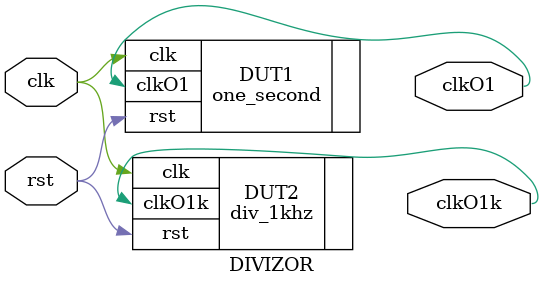
<source format=v>
`timescale 1ns / 1ps


module DIVIZOR(
    input clk,rst,
    output clkO1,clkO1k
    );
    
    
    one_second DUT1(
    .clk(clk),
    .rst(rst),
    .clkO1(clkO1) 
    );
    
    div_1khz DUT2(
    .clk(clk),
    .rst(rst),
    .clkO1k(clkO1k)
    );
    
    
    
    
    
    
    
    
    
    
    
    
    
endmodule
</source>
